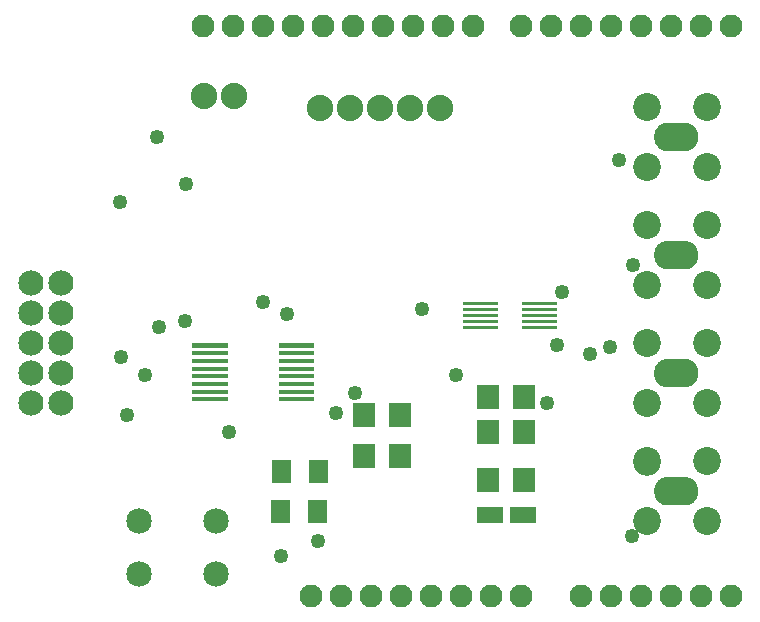
<source format=gts>
G04 MADE WITH FRITZING*
G04 WWW.FRITZING.ORG*
G04 DOUBLE SIDED*
G04 HOLES PLATED*
G04 CONTOUR ON CENTER OF CONTOUR VECTOR*
%ASAXBY*%
%FSLAX23Y23*%
%MOIN*%
%OFA0B0*%
%SFA1.0B1.0*%
%ADD10C,0.088000*%
%ADD11C,0.049370*%
%ADD12C,0.085000*%
%ADD13C,0.092677*%
%ADD14C,0.093071*%
%ADD15C,0.084000*%
%ADD16C,0.076194*%
%ADD17C,0.076222*%
%ADD18R,0.072992X0.084803*%
%ADD19R,0.088740X0.057244*%
%ADD20C,0.027000*%
%ADD21C,0.010000*%
%ADD22R,0.001000X0.001000*%
%LNMASK1*%
G90*
G70*
G54D10*
X748Y1778D03*
X848Y1778D03*
G54D11*
X1925Y947D03*
X2033Y917D03*
X2100Y939D03*
X1940Y1125D03*
X2132Y1563D03*
X2179Y1215D03*
X2173Y311D03*
X1474Y1067D03*
X1587Y846D03*
X1890Y754D03*
X1126Y293D03*
X1004Y244D03*
X551Y846D03*
X1189Y720D03*
X1024Y1049D03*
X1250Y787D03*
X831Y656D03*
X945Y1089D03*
X492Y715D03*
X471Y907D03*
X467Y1425D03*
X596Y1008D03*
X591Y1640D03*
X684Y1028D03*
X689Y1482D03*
G54D10*
X1535Y1738D03*
X1435Y1738D03*
X1335Y1738D03*
X1235Y1738D03*
X1135Y1738D03*
G54D12*
X787Y183D03*
X532Y183D03*
X787Y360D03*
X532Y360D03*
G54D13*
X2223Y558D03*
G54D14*
X2322Y459D03*
X2223Y359D03*
X2223Y559D03*
X2423Y359D03*
X2423Y559D03*
G54D13*
X2223Y558D03*
G54D14*
X2322Y459D03*
X2223Y359D03*
X2223Y559D03*
X2423Y359D03*
X2423Y559D03*
G54D13*
X2223Y952D03*
G54D14*
X2322Y853D03*
X2223Y752D03*
X2223Y952D03*
X2423Y752D03*
X2423Y952D03*
G54D13*
X2223Y952D03*
G54D14*
X2322Y853D03*
X2223Y752D03*
X2223Y952D03*
X2423Y752D03*
X2423Y952D03*
G54D13*
X2223Y1740D03*
G54D14*
X2322Y1641D03*
X2223Y1540D03*
X2223Y1740D03*
X2423Y1540D03*
X2423Y1740D03*
G54D13*
X2223Y1740D03*
G54D14*
X2322Y1641D03*
X2223Y1540D03*
X2223Y1740D03*
X2423Y1540D03*
X2423Y1740D03*
G54D15*
X170Y754D03*
X170Y854D03*
X170Y954D03*
X170Y1054D03*
X170Y1154D03*
X270Y754D03*
X270Y854D03*
X270Y954D03*
X270Y1054D03*
X270Y1154D03*
G54D16*
X2103Y111D03*
X2203Y111D03*
X2303Y111D03*
X2403Y111D03*
X2503Y111D03*
G54D17*
X1643Y2011D03*
X1543Y2011D03*
X1443Y2011D03*
X1343Y2011D03*
X1243Y2011D03*
X1143Y2011D03*
X1043Y2011D03*
X943Y2011D03*
X843Y2011D03*
X743Y2011D03*
X2503Y2011D03*
X2403Y2011D03*
X2303Y2011D03*
X2203Y2011D03*
X2103Y2011D03*
X2003Y2011D03*
X1903Y2011D03*
X1803Y2011D03*
G54D16*
X1203Y111D03*
X1103Y111D03*
X1303Y111D03*
X1403Y111D03*
X1503Y111D03*
X1603Y111D03*
X1703Y111D03*
X1803Y111D03*
X2003Y111D03*
G54D13*
X2223Y1346D03*
G54D14*
X2322Y1247D03*
X2223Y1146D03*
X2223Y1346D03*
X2423Y1146D03*
X2423Y1346D03*
G54D13*
X2223Y1346D03*
G54D14*
X2322Y1247D03*
X2223Y1146D03*
X2223Y1346D03*
X2423Y1146D03*
X2423Y1346D03*
G54D18*
X1280Y715D03*
X1402Y715D03*
X1280Y577D03*
X1402Y577D03*
X1693Y498D03*
X1815Y498D03*
G54D19*
X1701Y380D03*
X1811Y380D03*
G54D18*
X1693Y774D03*
X1815Y774D03*
X1693Y656D03*
X1815Y656D03*
G54D20*
G36*
X241Y725D02*
X241Y782D01*
X298Y782D01*
X298Y725D01*
X241Y725D01*
G37*
D02*
G54D21*
G36*
X1807Y1011D02*
X1925Y1011D01*
X1925Y1001D01*
X1807Y1001D01*
X1807Y1011D01*
G37*
D02*
G36*
X1807Y1031D02*
X1925Y1031D01*
X1925Y1021D01*
X1807Y1021D01*
X1807Y1031D01*
G37*
D02*
G36*
X1807Y1050D02*
X1925Y1050D01*
X1925Y1040D01*
X1807Y1040D01*
X1807Y1050D01*
G37*
D02*
G36*
X1807Y1070D02*
X1925Y1070D01*
X1925Y1060D01*
X1807Y1060D01*
X1807Y1070D01*
G37*
D02*
G36*
X1807Y1090D02*
X1925Y1090D01*
X1925Y1080D01*
X1807Y1080D01*
X1807Y1090D01*
G37*
D02*
G36*
X1610Y1090D02*
X1728Y1090D01*
X1728Y1080D01*
X1610Y1080D01*
X1610Y1090D01*
G37*
D02*
G36*
X1610Y1070D02*
X1728Y1070D01*
X1728Y1060D01*
X1610Y1060D01*
X1610Y1070D01*
G37*
D02*
G36*
X1610Y1050D02*
X1728Y1050D01*
X1728Y1040D01*
X1610Y1040D01*
X1610Y1050D01*
G37*
D02*
G36*
X1610Y1031D02*
X1728Y1031D01*
X1728Y1021D01*
X1610Y1021D01*
X1610Y1031D01*
G37*
D02*
G36*
X1610Y1011D02*
X1728Y1011D01*
X1728Y1001D01*
X1610Y1001D01*
X1610Y1011D01*
G37*
D02*
G36*
X996Y773D02*
X1114Y773D01*
X1114Y759D01*
X996Y759D01*
X996Y773D01*
G37*
D02*
G36*
X996Y798D02*
X1114Y798D01*
X1114Y784D01*
X996Y784D01*
X996Y798D01*
G37*
D02*
G36*
X996Y824D02*
X1114Y824D01*
X1114Y810D01*
X996Y810D01*
X996Y824D01*
G37*
D02*
G36*
X996Y849D02*
X1114Y849D01*
X1114Y836D01*
X996Y836D01*
X996Y849D01*
G37*
D02*
G36*
X996Y875D02*
X1114Y875D01*
X1114Y861D01*
X996Y861D01*
X996Y875D01*
G37*
D02*
G36*
X996Y901D02*
X1114Y901D01*
X1114Y887D01*
X996Y887D01*
X996Y901D01*
G37*
D02*
G36*
X996Y926D02*
X1114Y926D01*
X1114Y912D01*
X996Y912D01*
X996Y926D01*
G37*
D02*
G36*
X996Y952D02*
X1114Y952D01*
X1114Y938D01*
X996Y938D01*
X996Y952D01*
G37*
D02*
G36*
X709Y952D02*
X827Y952D01*
X827Y938D01*
X709Y938D01*
X709Y952D01*
G37*
D02*
G36*
X709Y926D02*
X827Y926D01*
X827Y912D01*
X709Y912D01*
X709Y926D01*
G37*
D02*
G36*
X709Y901D02*
X827Y901D01*
X827Y887D01*
X709Y887D01*
X709Y901D01*
G37*
D02*
G36*
X709Y875D02*
X827Y875D01*
X827Y861D01*
X709Y861D01*
X709Y875D01*
G37*
D02*
G36*
X709Y849D02*
X827Y849D01*
X827Y836D01*
X709Y836D01*
X709Y849D01*
G37*
D02*
G36*
X709Y824D02*
X827Y824D01*
X827Y810D01*
X709Y810D01*
X709Y824D01*
G37*
D02*
G36*
X709Y798D02*
X827Y798D01*
X827Y784D01*
X709Y784D01*
X709Y798D01*
G37*
D02*
G36*
X709Y773D02*
X827Y773D01*
X827Y759D01*
X709Y759D01*
X709Y773D01*
G37*
D02*
G36*
X1093Y354D02*
X1093Y429D01*
X1156Y429D01*
X1156Y354D01*
X1093Y354D01*
G37*
D02*
G36*
X971Y354D02*
X971Y429D01*
X1034Y429D01*
X1034Y354D01*
X971Y354D01*
G37*
D02*
G36*
X1097Y488D02*
X1097Y563D01*
X1160Y563D01*
X1160Y488D01*
X1097Y488D01*
G37*
D02*
G36*
X974Y488D02*
X974Y563D01*
X1037Y563D01*
X1037Y488D01*
X974Y488D01*
G37*
D02*
G54D22*
X2284Y1686D02*
X2359Y1686D01*
X2279Y1685D02*
X2364Y1685D01*
X2276Y1684D02*
X2367Y1684D01*
X2274Y1683D02*
X2370Y1683D01*
X2272Y1682D02*
X2372Y1682D01*
X2270Y1681D02*
X2373Y1681D01*
X2268Y1680D02*
X2375Y1680D01*
X2267Y1679D02*
X2376Y1679D01*
X2266Y1678D02*
X2377Y1678D01*
X2265Y1677D02*
X2379Y1677D01*
X2263Y1676D02*
X2380Y1676D01*
X2262Y1675D02*
X2381Y1675D01*
X2261Y1674D02*
X2382Y1674D01*
X2261Y1673D02*
X2383Y1673D01*
X2260Y1672D02*
X2384Y1672D01*
X2259Y1671D02*
X2384Y1671D01*
X2258Y1670D02*
X2385Y1670D01*
X2257Y1669D02*
X2386Y1669D01*
X2257Y1668D02*
X2386Y1668D01*
X2256Y1667D02*
X2387Y1667D01*
X2255Y1666D02*
X2388Y1666D01*
X2255Y1665D02*
X2388Y1665D01*
X2254Y1664D02*
X2389Y1664D01*
X2254Y1663D02*
X2389Y1663D01*
X2253Y1662D02*
X2390Y1662D01*
X2253Y1661D02*
X2390Y1661D01*
X2252Y1660D02*
X2319Y1660D01*
X2324Y1660D02*
X2391Y1660D01*
X2252Y1659D02*
X2315Y1659D01*
X2328Y1659D02*
X2391Y1659D01*
X2252Y1658D02*
X2314Y1658D01*
X2330Y1658D02*
X2392Y1658D01*
X2251Y1657D02*
X2312Y1657D01*
X2331Y1657D02*
X2392Y1657D01*
X2251Y1656D02*
X2311Y1656D01*
X2332Y1656D02*
X2392Y1656D01*
X2251Y1655D02*
X2310Y1655D01*
X2333Y1655D02*
X2393Y1655D01*
X2250Y1654D02*
X2309Y1654D01*
X2334Y1654D02*
X2393Y1654D01*
X2250Y1653D02*
X2309Y1653D01*
X2335Y1653D02*
X2393Y1653D01*
X2250Y1652D02*
X2308Y1652D01*
X2335Y1652D02*
X2393Y1652D01*
X2250Y1651D02*
X2307Y1651D01*
X2336Y1651D02*
X2394Y1651D01*
X2249Y1650D02*
X2307Y1650D01*
X2336Y1650D02*
X2394Y1650D01*
X2249Y1649D02*
X2307Y1649D01*
X2337Y1649D02*
X2394Y1649D01*
X2249Y1648D02*
X2306Y1648D01*
X2337Y1648D02*
X2394Y1648D01*
X2249Y1647D02*
X2306Y1647D01*
X2337Y1647D02*
X2394Y1647D01*
X2249Y1646D02*
X2306Y1646D01*
X2337Y1646D02*
X2395Y1646D01*
X2249Y1645D02*
X2306Y1645D01*
X2338Y1645D02*
X2395Y1645D01*
X2248Y1644D02*
X2305Y1644D01*
X2338Y1644D02*
X2395Y1644D01*
X2248Y1643D02*
X2305Y1643D01*
X2338Y1643D02*
X2395Y1643D01*
X2248Y1642D02*
X2305Y1642D01*
X2338Y1642D02*
X2395Y1642D01*
X2248Y1641D02*
X2305Y1641D01*
X2338Y1641D02*
X2395Y1641D01*
X2248Y1640D02*
X2305Y1640D01*
X2338Y1640D02*
X2395Y1640D01*
X2248Y1639D02*
X2305Y1639D01*
X2338Y1639D02*
X2395Y1639D01*
X2248Y1638D02*
X2305Y1638D01*
X2338Y1638D02*
X2395Y1638D01*
X2248Y1637D02*
X2305Y1637D01*
X2338Y1637D02*
X2395Y1637D01*
X2248Y1636D02*
X2305Y1636D01*
X2338Y1636D02*
X2395Y1636D01*
X2248Y1635D02*
X2305Y1635D01*
X2338Y1635D02*
X2395Y1635D01*
X2249Y1634D02*
X2306Y1634D01*
X2338Y1634D02*
X2395Y1634D01*
X2249Y1633D02*
X2306Y1633D01*
X2337Y1633D02*
X2394Y1633D01*
X2249Y1632D02*
X2306Y1632D01*
X2337Y1632D02*
X2394Y1632D01*
X2249Y1631D02*
X2307Y1631D01*
X2337Y1631D02*
X2394Y1631D01*
X2249Y1630D02*
X2307Y1630D01*
X2336Y1630D02*
X2394Y1630D01*
X2249Y1629D02*
X2307Y1629D01*
X2336Y1629D02*
X2394Y1629D01*
X2250Y1628D02*
X2308Y1628D01*
X2335Y1628D02*
X2394Y1628D01*
X2250Y1627D02*
X2308Y1627D01*
X2335Y1627D02*
X2393Y1627D01*
X2250Y1626D02*
X2309Y1626D01*
X2334Y1626D02*
X2393Y1626D01*
X2251Y1625D02*
X2310Y1625D01*
X2333Y1625D02*
X2393Y1625D01*
X2251Y1624D02*
X2311Y1624D01*
X2332Y1624D02*
X2392Y1624D01*
X2251Y1623D02*
X2312Y1623D01*
X2331Y1623D02*
X2392Y1623D01*
X2252Y1622D02*
X2313Y1622D01*
X2330Y1622D02*
X2392Y1622D01*
X2252Y1621D02*
X2315Y1621D01*
X2328Y1621D02*
X2391Y1621D01*
X2252Y1620D02*
X2318Y1620D01*
X2325Y1620D02*
X2391Y1620D01*
X2253Y1619D02*
X2390Y1619D01*
X2253Y1618D02*
X2390Y1618D01*
X2254Y1617D02*
X2389Y1617D01*
X2254Y1616D02*
X2389Y1616D01*
X2255Y1615D02*
X2388Y1615D01*
X2255Y1614D02*
X2388Y1614D01*
X2256Y1613D02*
X2387Y1613D01*
X2257Y1612D02*
X2387Y1612D01*
X2257Y1611D02*
X2386Y1611D01*
X2258Y1610D02*
X2385Y1610D01*
X2259Y1609D02*
X2384Y1609D01*
X2260Y1608D02*
X2384Y1608D01*
X2260Y1607D02*
X2383Y1607D01*
X2261Y1606D02*
X2382Y1606D01*
X2262Y1605D02*
X2381Y1605D01*
X2263Y1604D02*
X2380Y1604D01*
X2264Y1603D02*
X2379Y1603D01*
X2266Y1602D02*
X2378Y1602D01*
X2267Y1601D02*
X2376Y1601D01*
X2268Y1600D02*
X2375Y1600D01*
X2270Y1599D02*
X2374Y1599D01*
X2271Y1598D02*
X2372Y1598D01*
X2273Y1597D02*
X2370Y1597D01*
X2276Y1596D02*
X2368Y1596D01*
X2278Y1595D02*
X2365Y1595D01*
X2283Y1594D02*
X2360Y1594D01*
X2282Y1292D02*
X2362Y1292D01*
X2278Y1291D02*
X2365Y1291D01*
X2275Y1290D02*
X2368Y1290D01*
X2273Y1289D02*
X2370Y1289D01*
X2271Y1288D02*
X2372Y1288D01*
X2269Y1287D02*
X2374Y1287D01*
X2268Y1286D02*
X2375Y1286D01*
X2267Y1285D02*
X2377Y1285D01*
X2265Y1284D02*
X2378Y1284D01*
X2264Y1283D02*
X2379Y1283D01*
X2263Y1282D02*
X2380Y1282D01*
X2262Y1281D02*
X2381Y1281D01*
X2261Y1280D02*
X2382Y1280D01*
X2260Y1279D02*
X2383Y1279D01*
X2259Y1278D02*
X2384Y1278D01*
X2259Y1277D02*
X2385Y1277D01*
X2258Y1276D02*
X2385Y1276D01*
X2257Y1275D02*
X2386Y1275D01*
X2256Y1274D02*
X2387Y1274D01*
X2256Y1273D02*
X2387Y1273D01*
X2255Y1272D02*
X2388Y1272D01*
X2255Y1271D02*
X2389Y1271D01*
X2254Y1270D02*
X2389Y1270D01*
X2254Y1269D02*
X2390Y1269D01*
X2253Y1268D02*
X2390Y1268D01*
X2253Y1267D02*
X2391Y1267D01*
X2252Y1266D02*
X2317Y1266D01*
X2326Y1266D02*
X2391Y1266D01*
X2252Y1265D02*
X2315Y1265D01*
X2329Y1265D02*
X2391Y1265D01*
X2251Y1264D02*
X2313Y1264D01*
X2330Y1264D02*
X2392Y1264D01*
X2251Y1263D02*
X2312Y1263D01*
X2332Y1263D02*
X2392Y1263D01*
X2251Y1262D02*
X2311Y1262D01*
X2333Y1262D02*
X2392Y1262D01*
X2250Y1261D02*
X2310Y1261D01*
X2334Y1261D02*
X2393Y1261D01*
X2250Y1260D02*
X2309Y1260D01*
X2334Y1260D02*
X2393Y1260D01*
X2250Y1259D02*
X2308Y1259D01*
X2335Y1259D02*
X2393Y1259D01*
X2250Y1258D02*
X2308Y1258D01*
X2336Y1258D02*
X2394Y1258D01*
X2249Y1257D02*
X2307Y1257D01*
X2336Y1257D02*
X2394Y1257D01*
X2249Y1256D02*
X2307Y1256D01*
X2336Y1256D02*
X2394Y1256D01*
X2249Y1255D02*
X2306Y1255D01*
X2337Y1255D02*
X2394Y1255D01*
X2249Y1254D02*
X2306Y1254D01*
X2337Y1254D02*
X2394Y1254D01*
X2249Y1253D02*
X2306Y1253D01*
X2337Y1253D02*
X2394Y1253D01*
X2249Y1252D02*
X2306Y1252D01*
X2338Y1252D02*
X2395Y1252D01*
X2248Y1251D02*
X2305Y1251D01*
X2338Y1251D02*
X2395Y1251D01*
X2248Y1250D02*
X2305Y1250D01*
X2338Y1250D02*
X2395Y1250D01*
X2248Y1249D02*
X2305Y1249D01*
X2338Y1249D02*
X2395Y1249D01*
X2248Y1248D02*
X2305Y1248D01*
X2338Y1248D02*
X2395Y1248D01*
X2248Y1247D02*
X2305Y1247D01*
X2338Y1247D02*
X2395Y1247D01*
X2248Y1246D02*
X2305Y1246D01*
X2338Y1246D02*
X2395Y1246D01*
X2248Y1245D02*
X2305Y1245D01*
X2338Y1245D02*
X2395Y1245D01*
X2248Y1244D02*
X2305Y1244D01*
X2338Y1244D02*
X2395Y1244D01*
X2248Y1243D02*
X2305Y1243D01*
X2338Y1243D02*
X2395Y1243D01*
X2248Y1242D02*
X2305Y1242D01*
X2338Y1242D02*
X2395Y1242D01*
X2249Y1241D02*
X2306Y1241D01*
X2338Y1241D02*
X2395Y1241D01*
X2249Y1240D02*
X2306Y1240D01*
X2337Y1240D02*
X2395Y1240D01*
X2249Y1239D02*
X2306Y1239D01*
X2337Y1239D02*
X2394Y1239D01*
X2249Y1238D02*
X2306Y1238D01*
X2337Y1238D02*
X2394Y1238D01*
X2249Y1237D02*
X2307Y1237D01*
X2337Y1237D02*
X2394Y1237D01*
X2249Y1236D02*
X2307Y1236D01*
X2336Y1236D02*
X2394Y1236D01*
X2250Y1235D02*
X2308Y1235D01*
X2336Y1235D02*
X2394Y1235D01*
X2250Y1234D02*
X2308Y1234D01*
X2335Y1234D02*
X2393Y1234D01*
X2250Y1233D02*
X2309Y1233D01*
X2335Y1233D02*
X2393Y1233D01*
X2250Y1232D02*
X2309Y1232D01*
X2334Y1232D02*
X2393Y1232D01*
X2251Y1231D02*
X2310Y1231D01*
X2333Y1231D02*
X2393Y1231D01*
X2251Y1230D02*
X2311Y1230D01*
X2332Y1230D02*
X2392Y1230D01*
X2251Y1229D02*
X2312Y1229D01*
X2331Y1229D02*
X2392Y1229D01*
X2252Y1228D02*
X2314Y1228D01*
X2329Y1228D02*
X2392Y1228D01*
X2252Y1227D02*
X2316Y1227D01*
X2327Y1227D02*
X2391Y1227D01*
X2253Y1226D02*
X2391Y1226D01*
X2253Y1225D02*
X2390Y1225D01*
X2253Y1224D02*
X2390Y1224D01*
X2254Y1223D02*
X2389Y1223D01*
X2254Y1222D02*
X2389Y1222D01*
X2255Y1221D02*
X2388Y1221D01*
X2256Y1220D02*
X2388Y1220D01*
X2256Y1219D02*
X2387Y1219D01*
X2257Y1218D02*
X2386Y1218D01*
X2258Y1217D02*
X2386Y1217D01*
X2258Y1216D02*
X2385Y1216D01*
X2259Y1215D02*
X2384Y1215D01*
X2260Y1214D02*
X2383Y1214D01*
X2261Y1213D02*
X2382Y1213D01*
X2262Y1212D02*
X2382Y1212D01*
X2263Y1211D02*
X2381Y1211D01*
X2264Y1210D02*
X2379Y1210D01*
X2265Y1209D02*
X2378Y1209D01*
X2266Y1208D02*
X2377Y1208D01*
X2267Y1207D02*
X2376Y1207D01*
X2269Y1206D02*
X2374Y1206D01*
X2270Y1205D02*
X2373Y1205D01*
X2272Y1204D02*
X2371Y1204D01*
X2274Y1203D02*
X2369Y1203D01*
X2277Y1202D02*
X2367Y1202D01*
X2280Y1201D02*
X2364Y1201D01*
X2287Y1200D02*
X2356Y1200D01*
X2287Y899D02*
X2356Y899D01*
X2280Y898D02*
X2363Y898D01*
X2277Y897D02*
X2367Y897D01*
X2274Y896D02*
X2369Y896D01*
X2272Y895D02*
X2371Y895D01*
X2270Y894D02*
X2373Y894D01*
X2269Y893D02*
X2374Y893D01*
X2267Y892D02*
X2376Y892D01*
X2266Y891D02*
X2377Y891D01*
X2265Y890D02*
X2378Y890D01*
X2264Y889D02*
X2379Y889D01*
X2263Y888D02*
X2381Y888D01*
X2262Y887D02*
X2382Y887D01*
X2261Y886D02*
X2382Y886D01*
X2260Y885D02*
X2383Y885D01*
X2259Y884D02*
X2384Y884D01*
X2258Y883D02*
X2385Y883D01*
X2258Y882D02*
X2386Y882D01*
X2257Y881D02*
X2386Y881D01*
X2256Y880D02*
X2387Y880D01*
X2256Y879D02*
X2388Y879D01*
X2255Y878D02*
X2388Y878D01*
X2254Y877D02*
X2389Y877D01*
X2254Y876D02*
X2389Y876D01*
X2253Y875D02*
X2390Y875D01*
X2253Y874D02*
X2390Y874D01*
X2253Y873D02*
X2391Y873D01*
X2252Y872D02*
X2316Y872D01*
X2327Y872D02*
X2391Y872D01*
X2252Y871D02*
X2314Y871D01*
X2329Y871D02*
X2392Y871D01*
X2251Y870D02*
X2312Y870D01*
X2331Y870D02*
X2392Y870D01*
X2251Y869D02*
X2311Y869D01*
X2332Y869D02*
X2392Y869D01*
X2251Y868D02*
X2310Y868D01*
X2333Y868D02*
X2393Y868D01*
X2250Y867D02*
X2309Y867D01*
X2334Y867D02*
X2393Y867D01*
X2250Y866D02*
X2309Y866D01*
X2335Y866D02*
X2393Y866D01*
X2250Y865D02*
X2308Y865D01*
X2335Y865D02*
X2393Y865D01*
X2250Y864D02*
X2308Y864D01*
X2336Y864D02*
X2394Y864D01*
X2249Y863D02*
X2307Y863D01*
X2336Y863D02*
X2394Y863D01*
X2249Y862D02*
X2307Y862D01*
X2337Y862D02*
X2394Y862D01*
X2249Y861D02*
X2306Y861D01*
X2337Y861D02*
X2394Y861D01*
X2249Y860D02*
X2306Y860D01*
X2337Y860D02*
X2394Y860D01*
X2249Y859D02*
X2306Y859D01*
X2337Y859D02*
X2395Y859D01*
X2249Y858D02*
X2306Y858D01*
X2338Y858D02*
X2395Y858D01*
X2248Y857D02*
X2305Y857D01*
X2338Y857D02*
X2395Y857D01*
X2248Y856D02*
X2305Y856D01*
X2338Y856D02*
X2395Y856D01*
X2248Y855D02*
X2305Y855D01*
X2338Y855D02*
X2395Y855D01*
X2248Y854D02*
X2305Y854D01*
X2338Y854D02*
X2395Y854D01*
X2248Y853D02*
X2305Y853D01*
X2338Y853D02*
X2395Y853D01*
X2248Y852D02*
X2305Y852D01*
X2338Y852D02*
X2395Y852D01*
X2248Y851D02*
X2305Y851D01*
X2338Y851D02*
X2395Y851D01*
X2248Y850D02*
X2305Y850D01*
X2338Y850D02*
X2395Y850D01*
X2248Y849D02*
X2305Y849D01*
X2338Y849D02*
X2395Y849D01*
X2248Y848D02*
X2305Y848D01*
X2338Y848D02*
X2395Y848D01*
X2249Y847D02*
X2306Y847D01*
X2338Y847D02*
X2395Y847D01*
X2249Y846D02*
X2306Y846D01*
X2337Y846D02*
X2394Y846D01*
X2249Y845D02*
X2306Y845D01*
X2337Y845D02*
X2394Y845D01*
X2249Y844D02*
X2306Y844D01*
X2337Y844D02*
X2394Y844D01*
X2249Y843D02*
X2307Y843D01*
X2336Y843D02*
X2394Y843D01*
X2249Y842D02*
X2307Y842D01*
X2336Y842D02*
X2394Y842D01*
X2250Y841D02*
X2308Y841D01*
X2336Y841D02*
X2394Y841D01*
X2250Y840D02*
X2308Y840D01*
X2335Y840D02*
X2393Y840D01*
X2250Y839D02*
X2309Y839D01*
X2334Y839D02*
X2393Y839D01*
X2250Y838D02*
X2310Y838D01*
X2334Y838D02*
X2393Y838D01*
X2251Y837D02*
X2311Y837D01*
X2333Y837D02*
X2392Y837D01*
X2251Y836D02*
X2312Y836D01*
X2332Y836D02*
X2392Y836D01*
X2251Y835D02*
X2313Y835D01*
X2330Y835D02*
X2392Y835D01*
X2252Y834D02*
X2315Y834D01*
X2329Y834D02*
X2391Y834D01*
X2252Y833D02*
X2317Y833D01*
X2326Y833D02*
X2391Y833D01*
X2253Y832D02*
X2391Y832D01*
X2253Y831D02*
X2390Y831D01*
X2254Y830D02*
X2390Y830D01*
X2254Y829D02*
X2389Y829D01*
X2255Y828D02*
X2389Y828D01*
X2255Y827D02*
X2388Y827D01*
X2256Y826D02*
X2387Y826D01*
X2256Y825D02*
X2387Y825D01*
X2257Y824D02*
X2386Y824D01*
X2258Y823D02*
X2385Y823D01*
X2259Y822D02*
X2385Y822D01*
X2259Y821D02*
X2384Y821D01*
X2260Y820D02*
X2383Y820D01*
X2261Y819D02*
X2382Y819D01*
X2262Y818D02*
X2381Y818D01*
X2263Y817D02*
X2380Y817D01*
X2264Y816D02*
X2379Y816D01*
X2265Y815D02*
X2378Y815D01*
X2267Y814D02*
X2377Y814D01*
X2268Y813D02*
X2375Y813D01*
X2269Y812D02*
X2374Y812D01*
X2271Y811D02*
X2372Y811D01*
X2273Y810D02*
X2370Y810D01*
X2275Y809D02*
X2368Y809D01*
X2278Y808D02*
X2365Y808D01*
X2282Y807D02*
X2362Y807D01*
X2283Y505D02*
X2360Y505D01*
X2278Y504D02*
X2365Y504D01*
X2276Y503D02*
X2368Y503D01*
X2273Y502D02*
X2370Y502D01*
X2271Y501D02*
X2372Y501D01*
X2270Y500D02*
X2374Y500D01*
X2268Y499D02*
X2375Y499D01*
X2267Y498D02*
X2376Y498D01*
X2266Y497D02*
X2378Y497D01*
X2264Y496D02*
X2379Y496D01*
X2263Y495D02*
X2380Y495D01*
X2262Y494D02*
X2381Y494D01*
X2261Y493D02*
X2382Y493D01*
X2260Y492D02*
X2383Y492D01*
X2260Y491D02*
X2384Y491D01*
X2259Y490D02*
X2384Y490D01*
X2258Y489D02*
X2385Y489D01*
X2257Y488D02*
X2386Y488D01*
X2257Y487D02*
X2387Y487D01*
X2256Y486D02*
X2387Y486D01*
X2255Y485D02*
X2388Y485D01*
X2255Y484D02*
X2388Y484D01*
X2254Y483D02*
X2389Y483D01*
X2254Y482D02*
X2389Y482D01*
X2253Y481D02*
X2390Y481D01*
X2253Y480D02*
X2390Y480D01*
X2252Y479D02*
X2318Y479D01*
X2325Y479D02*
X2391Y479D01*
X2252Y478D02*
X2315Y478D01*
X2328Y478D02*
X2391Y478D01*
X2252Y477D02*
X2313Y477D01*
X2330Y477D02*
X2392Y477D01*
X2251Y476D02*
X2312Y476D01*
X2331Y476D02*
X2392Y476D01*
X2251Y475D02*
X2311Y475D01*
X2332Y475D02*
X2392Y475D01*
X2251Y474D02*
X2310Y474D01*
X2333Y474D02*
X2393Y474D01*
X2250Y473D02*
X2309Y473D01*
X2334Y473D02*
X2393Y473D01*
X2250Y472D02*
X2308Y472D01*
X2335Y472D02*
X2393Y472D01*
X2250Y471D02*
X2308Y471D01*
X2335Y471D02*
X2394Y471D01*
X2249Y470D02*
X2307Y470D01*
X2336Y470D02*
X2394Y470D01*
X2249Y469D02*
X2307Y469D01*
X2336Y469D02*
X2394Y469D01*
X2249Y468D02*
X2307Y468D01*
X2337Y468D02*
X2394Y468D01*
X2249Y467D02*
X2306Y467D01*
X2337Y467D02*
X2394Y467D01*
X2249Y466D02*
X2306Y466D01*
X2337Y466D02*
X2394Y466D01*
X2249Y465D02*
X2306Y465D01*
X2338Y465D02*
X2395Y465D01*
X2248Y464D02*
X2305Y464D01*
X2338Y464D02*
X2395Y464D01*
X2248Y463D02*
X2305Y463D01*
X2338Y463D02*
X2395Y463D01*
X2248Y462D02*
X2305Y462D01*
X2338Y462D02*
X2395Y462D01*
X2248Y461D02*
X2305Y461D01*
X2338Y461D02*
X2395Y461D01*
X2248Y460D02*
X2305Y460D01*
X2338Y460D02*
X2395Y460D01*
X2248Y459D02*
X2305Y459D01*
X2338Y459D02*
X2395Y459D01*
X2248Y458D02*
X2305Y458D01*
X2338Y458D02*
X2395Y458D01*
X2248Y457D02*
X2305Y457D01*
X2338Y457D02*
X2395Y457D01*
X2248Y456D02*
X2305Y456D01*
X2338Y456D02*
X2395Y456D01*
X2248Y455D02*
X2305Y455D01*
X2338Y455D02*
X2395Y455D01*
X2249Y454D02*
X2306Y454D01*
X2338Y454D02*
X2395Y454D01*
X2249Y453D02*
X2306Y453D01*
X2337Y453D02*
X2395Y453D01*
X2249Y452D02*
X2306Y452D01*
X2337Y452D02*
X2394Y452D01*
X2249Y451D02*
X2306Y451D01*
X2337Y451D02*
X2394Y451D01*
X2249Y450D02*
X2307Y450D01*
X2337Y450D02*
X2394Y450D01*
X2249Y449D02*
X2307Y449D01*
X2336Y449D02*
X2394Y449D01*
X2250Y448D02*
X2307Y448D01*
X2336Y448D02*
X2394Y448D01*
X2250Y447D02*
X2308Y447D01*
X2335Y447D02*
X2393Y447D01*
X2250Y446D02*
X2309Y446D01*
X2335Y446D02*
X2393Y446D01*
X2250Y445D02*
X2309Y445D01*
X2334Y445D02*
X2393Y445D01*
X2251Y444D02*
X2310Y444D01*
X2333Y444D02*
X2393Y444D01*
X2251Y443D02*
X2311Y443D01*
X2332Y443D02*
X2392Y443D01*
X2251Y442D02*
X2312Y442D01*
X2331Y442D02*
X2392Y442D01*
X2252Y441D02*
X2314Y441D01*
X2330Y441D02*
X2392Y441D01*
X2252Y440D02*
X2315Y440D01*
X2328Y440D02*
X2391Y440D01*
X2252Y439D02*
X2319Y439D01*
X2324Y439D02*
X2391Y439D01*
X2253Y438D02*
X2390Y438D01*
X2253Y437D02*
X2390Y437D01*
X2254Y436D02*
X2389Y436D01*
X2254Y435D02*
X2389Y435D01*
X2255Y434D02*
X2388Y434D01*
X2255Y433D02*
X2388Y433D01*
X2256Y432D02*
X2387Y432D01*
X2257Y431D02*
X2386Y431D01*
X2257Y430D02*
X2386Y430D01*
X2258Y429D02*
X2385Y429D01*
X2259Y428D02*
X2384Y428D01*
X2260Y427D02*
X2384Y427D01*
X2261Y426D02*
X2383Y426D01*
X2261Y425D02*
X2382Y425D01*
X2262Y424D02*
X2381Y424D01*
X2263Y423D02*
X2380Y423D01*
X2265Y422D02*
X2379Y422D01*
X2266Y421D02*
X2378Y421D01*
X2267Y420D02*
X2376Y420D01*
X2268Y419D02*
X2375Y419D01*
X2270Y418D02*
X2373Y418D01*
X2272Y417D02*
X2372Y417D01*
X2274Y416D02*
X2370Y416D01*
X2276Y415D02*
X2367Y415D01*
X2279Y414D02*
X2364Y414D01*
X2284Y413D02*
X2359Y413D01*
D02*
G04 End of Mask1*
M02*
</source>
